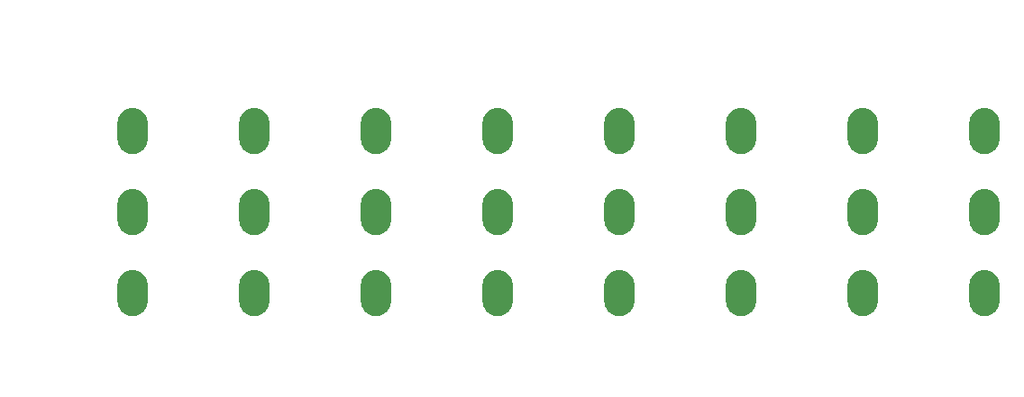
<source format=gbr>
G04 EAGLE Gerber RS-274X export*
G75*
%MOMM*%
%FSLAX34Y34*%
%LPD*%
%INCopper Layer 2*%
%IPPOS*%
%AMOC8*
5,1,8,0,0,1.08239X$1,22.5*%
G01*
%ADD10C,0.000241*%

G36*
X1005700Y473873D02*
X1005700Y473873D01*
X1005743Y473885D01*
X1005808Y473892D01*
X1008081Y474502D01*
X1008122Y474521D01*
X1008185Y474539D01*
X1010318Y475534D01*
X1010355Y475560D01*
X1010414Y475589D01*
X1012341Y476939D01*
X1012373Y476971D01*
X1012383Y476978D01*
X1012405Y476991D01*
X1012411Y476999D01*
X1012426Y477010D01*
X1014090Y478674D01*
X1014116Y478711D01*
X1014161Y478759D01*
X1015511Y480686D01*
X1015530Y480727D01*
X1015566Y480782D01*
X1016561Y482915D01*
X1016572Y482958D01*
X1016598Y483019D01*
X1017208Y485292D01*
X1017211Y485336D01*
X1017227Y485400D01*
X1017432Y487745D01*
X1017430Y487769D01*
X1017434Y487800D01*
X1017434Y502800D01*
X1017430Y502824D01*
X1017432Y502855D01*
X1017227Y505200D01*
X1017215Y505243D01*
X1017208Y505308D01*
X1016598Y507581D01*
X1016579Y507622D01*
X1016561Y507685D01*
X1015566Y509818D01*
X1015540Y509855D01*
X1015511Y509914D01*
X1014161Y511841D01*
X1014129Y511873D01*
X1014090Y511926D01*
X1012426Y513590D01*
X1012389Y513616D01*
X1012341Y513661D01*
X1010414Y515011D01*
X1010373Y515030D01*
X1010318Y515066D01*
X1008185Y516061D01*
X1008142Y516072D01*
X1008081Y516098D01*
X1005808Y516708D01*
X1005764Y516711D01*
X1005700Y516727D01*
X1003355Y516932D01*
X1003311Y516928D01*
X1003245Y516932D01*
X1000900Y516727D01*
X1000857Y516715D01*
X1000792Y516708D01*
X998519Y516098D01*
X998478Y516079D01*
X998415Y516061D01*
X996282Y515066D01*
X996245Y515040D01*
X996186Y515011D01*
X994259Y513661D01*
X994227Y513629D01*
X994174Y513590D01*
X992510Y511926D01*
X992484Y511889D01*
X992439Y511841D01*
X991089Y509914D01*
X991070Y509873D01*
X991034Y509818D01*
X990039Y507685D01*
X990028Y507642D01*
X990002Y507581D01*
X989392Y505308D01*
X989389Y505264D01*
X989373Y505200D01*
X989168Y502855D01*
X989170Y502831D01*
X989166Y502800D01*
X989166Y487800D01*
X989170Y487776D01*
X989168Y487745D01*
X989373Y485400D01*
X989385Y485357D01*
X989392Y485292D01*
X990002Y483019D01*
X990021Y482978D01*
X990039Y482915D01*
X991034Y480782D01*
X991060Y480745D01*
X991089Y480686D01*
X992439Y478759D01*
X992471Y478727D01*
X992510Y478674D01*
X994174Y477010D01*
X994206Y476988D01*
X994225Y476967D01*
X994234Y476963D01*
X994259Y476939D01*
X996186Y475589D01*
X996227Y475570D01*
X996282Y475534D01*
X998415Y474539D01*
X998458Y474528D01*
X998519Y474502D01*
X1000792Y473892D01*
X1000836Y473889D01*
X1000900Y473873D01*
X1003245Y473668D01*
X1003289Y473672D01*
X1003355Y473668D01*
X1005700Y473873D01*
G37*
G36*
X205600Y473873D02*
X205600Y473873D01*
X205643Y473885D01*
X205708Y473892D01*
X207981Y474502D01*
X208022Y474521D01*
X208085Y474539D01*
X210218Y475534D01*
X210255Y475560D01*
X210314Y475589D01*
X212241Y476939D01*
X212273Y476971D01*
X212283Y476978D01*
X212305Y476991D01*
X212311Y476999D01*
X212326Y477010D01*
X213990Y478674D01*
X214016Y478711D01*
X214061Y478759D01*
X215411Y480686D01*
X215430Y480727D01*
X215466Y480782D01*
X216461Y482915D01*
X216472Y482958D01*
X216498Y483019D01*
X217108Y485292D01*
X217111Y485336D01*
X217127Y485400D01*
X217332Y487745D01*
X217330Y487769D01*
X217334Y487800D01*
X217334Y502800D01*
X217330Y502824D01*
X217332Y502855D01*
X217127Y505200D01*
X217115Y505243D01*
X217108Y505308D01*
X216498Y507581D01*
X216479Y507622D01*
X216461Y507685D01*
X215466Y509818D01*
X215440Y509855D01*
X215411Y509914D01*
X214061Y511841D01*
X214029Y511873D01*
X213990Y511926D01*
X212326Y513590D01*
X212289Y513616D01*
X212241Y513661D01*
X210314Y515011D01*
X210273Y515030D01*
X210218Y515066D01*
X208085Y516061D01*
X208042Y516072D01*
X207981Y516098D01*
X205708Y516708D01*
X205664Y516711D01*
X205600Y516727D01*
X203255Y516932D01*
X203211Y516928D01*
X203145Y516932D01*
X200800Y516727D01*
X200757Y516715D01*
X200692Y516708D01*
X198419Y516098D01*
X198378Y516079D01*
X198315Y516061D01*
X196182Y515066D01*
X196145Y515040D01*
X196086Y515011D01*
X194159Y513661D01*
X194127Y513629D01*
X194074Y513590D01*
X192410Y511926D01*
X192384Y511889D01*
X192339Y511841D01*
X190989Y509914D01*
X190970Y509873D01*
X190934Y509818D01*
X189939Y507685D01*
X189928Y507642D01*
X189902Y507581D01*
X189292Y505308D01*
X189289Y505264D01*
X189273Y505200D01*
X189068Y502855D01*
X189070Y502831D01*
X189066Y502800D01*
X189066Y487800D01*
X189070Y487776D01*
X189068Y487745D01*
X189273Y485400D01*
X189285Y485357D01*
X189292Y485292D01*
X189902Y483019D01*
X189921Y482978D01*
X189939Y482915D01*
X190934Y480782D01*
X190960Y480745D01*
X190989Y480686D01*
X192339Y478759D01*
X192371Y478727D01*
X192410Y478674D01*
X194074Y477010D01*
X194106Y476988D01*
X194125Y476967D01*
X194134Y476963D01*
X194159Y476939D01*
X196086Y475589D01*
X196127Y475570D01*
X196182Y475534D01*
X198315Y474539D01*
X198358Y474528D01*
X198419Y474502D01*
X200692Y473892D01*
X200736Y473889D01*
X200800Y473873D01*
X203145Y473668D01*
X203189Y473672D01*
X203255Y473668D01*
X205600Y473873D01*
G37*
G36*
X319900Y473873D02*
X319900Y473873D01*
X319943Y473885D01*
X320008Y473892D01*
X322281Y474502D01*
X322322Y474521D01*
X322385Y474539D01*
X324518Y475534D01*
X324555Y475560D01*
X324614Y475589D01*
X326541Y476939D01*
X326573Y476971D01*
X326583Y476978D01*
X326605Y476991D01*
X326611Y476999D01*
X326626Y477010D01*
X328290Y478674D01*
X328316Y478711D01*
X328361Y478759D01*
X329711Y480686D01*
X329730Y480727D01*
X329766Y480782D01*
X330761Y482915D01*
X330772Y482958D01*
X330798Y483019D01*
X331408Y485292D01*
X331411Y485336D01*
X331427Y485400D01*
X331632Y487745D01*
X331630Y487769D01*
X331634Y487800D01*
X331634Y502800D01*
X331630Y502824D01*
X331632Y502855D01*
X331427Y505200D01*
X331415Y505243D01*
X331408Y505308D01*
X330798Y507581D01*
X330779Y507622D01*
X330761Y507685D01*
X329766Y509818D01*
X329740Y509855D01*
X329711Y509914D01*
X328361Y511841D01*
X328329Y511873D01*
X328290Y511926D01*
X326626Y513590D01*
X326589Y513616D01*
X326541Y513661D01*
X324614Y515011D01*
X324573Y515030D01*
X324518Y515066D01*
X322385Y516061D01*
X322342Y516072D01*
X322281Y516098D01*
X320008Y516708D01*
X319964Y516711D01*
X319900Y516727D01*
X317555Y516932D01*
X317511Y516928D01*
X317445Y516932D01*
X315100Y516727D01*
X315057Y516715D01*
X314992Y516708D01*
X312719Y516098D01*
X312678Y516079D01*
X312615Y516061D01*
X310482Y515066D01*
X310445Y515040D01*
X310386Y515011D01*
X308459Y513661D01*
X308427Y513629D01*
X308374Y513590D01*
X306710Y511926D01*
X306684Y511889D01*
X306639Y511841D01*
X305289Y509914D01*
X305270Y509873D01*
X305234Y509818D01*
X304239Y507685D01*
X304228Y507642D01*
X304202Y507581D01*
X303592Y505308D01*
X303589Y505264D01*
X303573Y505200D01*
X303368Y502855D01*
X303370Y502831D01*
X303366Y502800D01*
X303366Y487800D01*
X303370Y487776D01*
X303368Y487745D01*
X303573Y485400D01*
X303585Y485357D01*
X303592Y485292D01*
X304202Y483019D01*
X304221Y482978D01*
X304239Y482915D01*
X305234Y480782D01*
X305260Y480745D01*
X305289Y480686D01*
X306639Y478759D01*
X306671Y478727D01*
X306710Y478674D01*
X308374Y477010D01*
X308406Y476988D01*
X308425Y476967D01*
X308434Y476963D01*
X308459Y476939D01*
X310386Y475589D01*
X310427Y475570D01*
X310482Y475534D01*
X312615Y474539D01*
X312658Y474528D01*
X312719Y474502D01*
X314992Y473892D01*
X315036Y473889D01*
X315100Y473873D01*
X317445Y473668D01*
X317489Y473672D01*
X317555Y473668D01*
X319900Y473873D01*
G37*
G36*
X434200Y473873D02*
X434200Y473873D01*
X434243Y473885D01*
X434308Y473892D01*
X436581Y474502D01*
X436622Y474521D01*
X436685Y474539D01*
X438818Y475534D01*
X438855Y475560D01*
X438914Y475589D01*
X440841Y476939D01*
X440873Y476971D01*
X440883Y476978D01*
X440905Y476991D01*
X440911Y476999D01*
X440926Y477010D01*
X442590Y478674D01*
X442616Y478711D01*
X442661Y478759D01*
X444011Y480686D01*
X444030Y480727D01*
X444066Y480782D01*
X445061Y482915D01*
X445072Y482958D01*
X445098Y483019D01*
X445708Y485292D01*
X445711Y485336D01*
X445727Y485400D01*
X445932Y487745D01*
X445930Y487769D01*
X445934Y487800D01*
X445934Y502800D01*
X445930Y502824D01*
X445932Y502855D01*
X445727Y505200D01*
X445715Y505243D01*
X445708Y505308D01*
X445098Y507581D01*
X445079Y507622D01*
X445061Y507685D01*
X444066Y509818D01*
X444040Y509855D01*
X444011Y509914D01*
X442661Y511841D01*
X442629Y511873D01*
X442590Y511926D01*
X440926Y513590D01*
X440889Y513616D01*
X440841Y513661D01*
X438914Y515011D01*
X438873Y515030D01*
X438818Y515066D01*
X436685Y516061D01*
X436642Y516072D01*
X436581Y516098D01*
X434308Y516708D01*
X434264Y516711D01*
X434200Y516727D01*
X431855Y516932D01*
X431811Y516928D01*
X431745Y516932D01*
X429400Y516727D01*
X429357Y516715D01*
X429292Y516708D01*
X427019Y516098D01*
X426978Y516079D01*
X426915Y516061D01*
X424782Y515066D01*
X424745Y515040D01*
X424686Y515011D01*
X422759Y513661D01*
X422727Y513629D01*
X422674Y513590D01*
X421010Y511926D01*
X420984Y511889D01*
X420939Y511841D01*
X419589Y509914D01*
X419570Y509873D01*
X419534Y509818D01*
X418539Y507685D01*
X418528Y507642D01*
X418502Y507581D01*
X417892Y505308D01*
X417889Y505264D01*
X417873Y505200D01*
X417668Y502855D01*
X417670Y502831D01*
X417666Y502800D01*
X417666Y487800D01*
X417670Y487776D01*
X417668Y487745D01*
X417873Y485400D01*
X417885Y485357D01*
X417892Y485292D01*
X418502Y483019D01*
X418521Y482978D01*
X418539Y482915D01*
X419534Y480782D01*
X419560Y480745D01*
X419589Y480686D01*
X420939Y478759D01*
X420971Y478727D01*
X421010Y478674D01*
X422674Y477010D01*
X422706Y476988D01*
X422725Y476967D01*
X422734Y476963D01*
X422759Y476939D01*
X424686Y475589D01*
X424727Y475570D01*
X424782Y475534D01*
X426915Y474539D01*
X426958Y474528D01*
X427019Y474502D01*
X429292Y473892D01*
X429336Y473889D01*
X429400Y473873D01*
X431745Y473668D01*
X431789Y473672D01*
X431855Y473668D01*
X434200Y473873D01*
G37*
G36*
X777100Y473873D02*
X777100Y473873D01*
X777143Y473885D01*
X777208Y473892D01*
X779481Y474502D01*
X779522Y474521D01*
X779585Y474539D01*
X781718Y475534D01*
X781755Y475560D01*
X781814Y475589D01*
X783741Y476939D01*
X783773Y476971D01*
X783783Y476978D01*
X783805Y476991D01*
X783811Y476999D01*
X783826Y477010D01*
X785490Y478674D01*
X785516Y478711D01*
X785561Y478759D01*
X786911Y480686D01*
X786930Y480727D01*
X786966Y480782D01*
X787961Y482915D01*
X787972Y482958D01*
X787998Y483019D01*
X788608Y485292D01*
X788611Y485336D01*
X788627Y485400D01*
X788832Y487745D01*
X788830Y487769D01*
X788834Y487800D01*
X788834Y502800D01*
X788830Y502824D01*
X788832Y502855D01*
X788627Y505200D01*
X788615Y505243D01*
X788608Y505308D01*
X787998Y507581D01*
X787979Y507622D01*
X787961Y507685D01*
X786966Y509818D01*
X786940Y509855D01*
X786911Y509914D01*
X785561Y511841D01*
X785529Y511873D01*
X785490Y511926D01*
X783826Y513590D01*
X783789Y513616D01*
X783741Y513661D01*
X781814Y515011D01*
X781773Y515030D01*
X781718Y515066D01*
X779585Y516061D01*
X779542Y516072D01*
X779481Y516098D01*
X777208Y516708D01*
X777164Y516711D01*
X777100Y516727D01*
X774755Y516932D01*
X774711Y516928D01*
X774645Y516932D01*
X772300Y516727D01*
X772257Y516715D01*
X772192Y516708D01*
X769919Y516098D01*
X769878Y516079D01*
X769815Y516061D01*
X767682Y515066D01*
X767645Y515040D01*
X767586Y515011D01*
X765659Y513661D01*
X765627Y513629D01*
X765574Y513590D01*
X763910Y511926D01*
X763884Y511889D01*
X763839Y511841D01*
X762489Y509914D01*
X762470Y509873D01*
X762434Y509818D01*
X761439Y507685D01*
X761428Y507642D01*
X761402Y507581D01*
X760792Y505308D01*
X760789Y505264D01*
X760773Y505200D01*
X760568Y502855D01*
X760570Y502831D01*
X760566Y502800D01*
X760566Y487800D01*
X760570Y487776D01*
X760568Y487745D01*
X760773Y485400D01*
X760785Y485357D01*
X760792Y485292D01*
X761402Y483019D01*
X761421Y482978D01*
X761439Y482915D01*
X762434Y480782D01*
X762460Y480745D01*
X762489Y480686D01*
X763839Y478759D01*
X763871Y478727D01*
X763910Y478674D01*
X765574Y477010D01*
X765606Y476988D01*
X765625Y476967D01*
X765634Y476963D01*
X765659Y476939D01*
X767586Y475589D01*
X767627Y475570D01*
X767682Y475534D01*
X769815Y474539D01*
X769858Y474528D01*
X769919Y474502D01*
X772192Y473892D01*
X772236Y473889D01*
X772300Y473873D01*
X774645Y473668D01*
X774689Y473672D01*
X774755Y473668D01*
X777100Y473873D01*
G37*
G36*
X548500Y473873D02*
X548500Y473873D01*
X548543Y473885D01*
X548608Y473892D01*
X550881Y474502D01*
X550922Y474521D01*
X550985Y474539D01*
X553118Y475534D01*
X553155Y475560D01*
X553214Y475589D01*
X555141Y476939D01*
X555173Y476971D01*
X555183Y476978D01*
X555205Y476991D01*
X555211Y476999D01*
X555226Y477010D01*
X556890Y478674D01*
X556916Y478711D01*
X556961Y478759D01*
X558311Y480686D01*
X558330Y480727D01*
X558366Y480782D01*
X559361Y482915D01*
X559372Y482958D01*
X559398Y483019D01*
X560008Y485292D01*
X560011Y485336D01*
X560027Y485400D01*
X560232Y487745D01*
X560230Y487769D01*
X560234Y487800D01*
X560234Y502800D01*
X560230Y502824D01*
X560232Y502855D01*
X560027Y505200D01*
X560015Y505243D01*
X560008Y505308D01*
X559398Y507581D01*
X559379Y507622D01*
X559361Y507685D01*
X558366Y509818D01*
X558340Y509855D01*
X558311Y509914D01*
X556961Y511841D01*
X556929Y511873D01*
X556890Y511926D01*
X555226Y513590D01*
X555189Y513616D01*
X555141Y513661D01*
X553214Y515011D01*
X553173Y515030D01*
X553118Y515066D01*
X550985Y516061D01*
X550942Y516072D01*
X550881Y516098D01*
X548608Y516708D01*
X548564Y516711D01*
X548500Y516727D01*
X546155Y516932D01*
X546111Y516928D01*
X546045Y516932D01*
X543700Y516727D01*
X543657Y516715D01*
X543592Y516708D01*
X541319Y516098D01*
X541278Y516079D01*
X541215Y516061D01*
X539082Y515066D01*
X539045Y515040D01*
X538986Y515011D01*
X537059Y513661D01*
X537027Y513629D01*
X536974Y513590D01*
X535310Y511926D01*
X535284Y511889D01*
X535239Y511841D01*
X533889Y509914D01*
X533870Y509873D01*
X533834Y509818D01*
X532839Y507685D01*
X532828Y507642D01*
X532802Y507581D01*
X532192Y505308D01*
X532189Y505264D01*
X532173Y505200D01*
X531968Y502855D01*
X531970Y502831D01*
X531966Y502800D01*
X531966Y487800D01*
X531970Y487776D01*
X531968Y487745D01*
X532173Y485400D01*
X532185Y485357D01*
X532192Y485292D01*
X532802Y483019D01*
X532821Y482978D01*
X532839Y482915D01*
X533834Y480782D01*
X533860Y480745D01*
X533889Y480686D01*
X535239Y478759D01*
X535271Y478727D01*
X535310Y478674D01*
X536974Y477010D01*
X537006Y476988D01*
X537025Y476967D01*
X537034Y476963D01*
X537059Y476939D01*
X538986Y475589D01*
X539027Y475570D01*
X539082Y475534D01*
X541215Y474539D01*
X541258Y474528D01*
X541319Y474502D01*
X543592Y473892D01*
X543636Y473889D01*
X543700Y473873D01*
X546045Y473668D01*
X546089Y473672D01*
X546155Y473668D01*
X548500Y473873D01*
G37*
G36*
X891400Y473873D02*
X891400Y473873D01*
X891443Y473885D01*
X891508Y473892D01*
X893781Y474502D01*
X893822Y474521D01*
X893885Y474539D01*
X896018Y475534D01*
X896055Y475560D01*
X896114Y475589D01*
X898041Y476939D01*
X898073Y476971D01*
X898083Y476978D01*
X898105Y476991D01*
X898111Y476999D01*
X898126Y477010D01*
X899790Y478674D01*
X899816Y478711D01*
X899861Y478759D01*
X901211Y480686D01*
X901230Y480727D01*
X901266Y480782D01*
X902261Y482915D01*
X902272Y482958D01*
X902298Y483019D01*
X902908Y485292D01*
X902911Y485336D01*
X902927Y485400D01*
X903132Y487745D01*
X903130Y487769D01*
X903134Y487800D01*
X903134Y502800D01*
X903130Y502824D01*
X903132Y502855D01*
X902927Y505200D01*
X902915Y505243D01*
X902908Y505308D01*
X902298Y507581D01*
X902279Y507622D01*
X902261Y507685D01*
X901266Y509818D01*
X901240Y509855D01*
X901211Y509914D01*
X899861Y511841D01*
X899829Y511873D01*
X899790Y511926D01*
X898126Y513590D01*
X898089Y513616D01*
X898041Y513661D01*
X896114Y515011D01*
X896073Y515030D01*
X896018Y515066D01*
X893885Y516061D01*
X893842Y516072D01*
X893781Y516098D01*
X891508Y516708D01*
X891464Y516711D01*
X891400Y516727D01*
X889055Y516932D01*
X889011Y516928D01*
X888945Y516932D01*
X886600Y516727D01*
X886557Y516715D01*
X886492Y516708D01*
X884219Y516098D01*
X884178Y516079D01*
X884115Y516061D01*
X881982Y515066D01*
X881945Y515040D01*
X881886Y515011D01*
X879959Y513661D01*
X879927Y513629D01*
X879874Y513590D01*
X878210Y511926D01*
X878184Y511889D01*
X878139Y511841D01*
X876789Y509914D01*
X876770Y509873D01*
X876734Y509818D01*
X875739Y507685D01*
X875728Y507642D01*
X875702Y507581D01*
X875092Y505308D01*
X875089Y505264D01*
X875073Y505200D01*
X874868Y502855D01*
X874870Y502831D01*
X874866Y502800D01*
X874866Y487800D01*
X874870Y487776D01*
X874868Y487745D01*
X875073Y485400D01*
X875085Y485357D01*
X875092Y485292D01*
X875702Y483019D01*
X875721Y482978D01*
X875739Y482915D01*
X876734Y480782D01*
X876760Y480745D01*
X876789Y480686D01*
X878139Y478759D01*
X878171Y478727D01*
X878210Y478674D01*
X879874Y477010D01*
X879906Y476988D01*
X879925Y476967D01*
X879934Y476963D01*
X879959Y476939D01*
X881886Y475589D01*
X881927Y475570D01*
X881982Y475534D01*
X884115Y474539D01*
X884158Y474528D01*
X884219Y474502D01*
X886492Y473892D01*
X886536Y473889D01*
X886600Y473873D01*
X888945Y473668D01*
X888989Y473672D01*
X889055Y473668D01*
X891400Y473873D01*
G37*
G36*
X662800Y473873D02*
X662800Y473873D01*
X662843Y473885D01*
X662908Y473892D01*
X665181Y474502D01*
X665222Y474521D01*
X665285Y474539D01*
X667418Y475534D01*
X667455Y475560D01*
X667514Y475589D01*
X669441Y476939D01*
X669473Y476971D01*
X669483Y476978D01*
X669504Y476991D01*
X669511Y476999D01*
X669526Y477010D01*
X671190Y478674D01*
X671216Y478711D01*
X671261Y478759D01*
X672611Y480686D01*
X672630Y480727D01*
X672666Y480782D01*
X673661Y482915D01*
X673672Y482958D01*
X673698Y483019D01*
X674308Y485292D01*
X674311Y485336D01*
X674327Y485400D01*
X674532Y487745D01*
X674530Y487769D01*
X674534Y487800D01*
X674534Y502800D01*
X674530Y502824D01*
X674532Y502855D01*
X674327Y505200D01*
X674315Y505243D01*
X674308Y505308D01*
X673698Y507581D01*
X673679Y507622D01*
X673661Y507685D01*
X672666Y509818D01*
X672640Y509855D01*
X672611Y509914D01*
X671261Y511841D01*
X671229Y511873D01*
X671190Y511926D01*
X669526Y513590D01*
X669489Y513616D01*
X669441Y513661D01*
X667514Y515011D01*
X667473Y515030D01*
X667418Y515066D01*
X665285Y516061D01*
X665242Y516072D01*
X665181Y516098D01*
X662908Y516708D01*
X662864Y516711D01*
X662800Y516727D01*
X660455Y516932D01*
X660411Y516928D01*
X660345Y516932D01*
X658000Y516727D01*
X657957Y516715D01*
X657892Y516708D01*
X655619Y516098D01*
X655578Y516079D01*
X655515Y516061D01*
X653382Y515066D01*
X653345Y515040D01*
X653286Y515011D01*
X651359Y513661D01*
X651327Y513629D01*
X651274Y513590D01*
X649610Y511926D01*
X649584Y511889D01*
X649539Y511841D01*
X648189Y509914D01*
X648170Y509873D01*
X648134Y509818D01*
X647139Y507685D01*
X647128Y507642D01*
X647102Y507581D01*
X646492Y505308D01*
X646489Y505264D01*
X646473Y505200D01*
X646268Y502855D01*
X646270Y502831D01*
X646266Y502800D01*
X646266Y487800D01*
X646270Y487776D01*
X646268Y487745D01*
X646473Y485400D01*
X646485Y485357D01*
X646492Y485292D01*
X647102Y483019D01*
X647121Y482978D01*
X647139Y482915D01*
X648134Y480782D01*
X648160Y480745D01*
X648189Y480686D01*
X649539Y478759D01*
X649571Y478727D01*
X649610Y478674D01*
X651274Y477010D01*
X651306Y476988D01*
X651325Y476967D01*
X651334Y476963D01*
X651359Y476939D01*
X653286Y475589D01*
X653327Y475570D01*
X653382Y475534D01*
X655515Y474539D01*
X655558Y474528D01*
X655619Y474502D01*
X657892Y473892D01*
X657936Y473889D01*
X658000Y473873D01*
X660345Y473668D01*
X660389Y473672D01*
X660455Y473668D01*
X662800Y473873D01*
G37*
G36*
X548500Y397673D02*
X548500Y397673D01*
X548543Y397685D01*
X548608Y397692D01*
X550881Y398302D01*
X550922Y398321D01*
X550985Y398339D01*
X553118Y399334D01*
X553155Y399360D01*
X553214Y399389D01*
X555141Y400739D01*
X555173Y400771D01*
X555183Y400778D01*
X555205Y400791D01*
X555211Y400799D01*
X555226Y400810D01*
X556890Y402474D01*
X556916Y402511D01*
X556961Y402559D01*
X558311Y404486D01*
X558330Y404527D01*
X558366Y404582D01*
X559361Y406715D01*
X559372Y406758D01*
X559398Y406819D01*
X560008Y409092D01*
X560011Y409136D01*
X560027Y409200D01*
X560232Y411545D01*
X560230Y411569D01*
X560234Y411600D01*
X560234Y426600D01*
X560230Y426624D01*
X560232Y426655D01*
X560027Y429000D01*
X560015Y429043D01*
X560008Y429108D01*
X559398Y431381D01*
X559379Y431422D01*
X559361Y431485D01*
X558366Y433618D01*
X558340Y433655D01*
X558311Y433714D01*
X556961Y435641D01*
X556929Y435673D01*
X556890Y435726D01*
X555226Y437390D01*
X555189Y437416D01*
X555141Y437461D01*
X553214Y438811D01*
X553173Y438830D01*
X553118Y438866D01*
X550985Y439861D01*
X550942Y439872D01*
X550881Y439898D01*
X548608Y440508D01*
X548564Y440511D01*
X548500Y440527D01*
X546155Y440732D01*
X546111Y440728D01*
X546045Y440732D01*
X543700Y440527D01*
X543657Y440515D01*
X543592Y440508D01*
X541319Y439898D01*
X541278Y439879D01*
X541215Y439861D01*
X539082Y438866D01*
X539045Y438840D01*
X538986Y438811D01*
X537059Y437461D01*
X537027Y437429D01*
X536974Y437390D01*
X535310Y435726D01*
X535284Y435689D01*
X535239Y435641D01*
X533889Y433714D01*
X533870Y433673D01*
X533834Y433618D01*
X532839Y431485D01*
X532828Y431442D01*
X532802Y431381D01*
X532192Y429108D01*
X532189Y429064D01*
X532173Y429000D01*
X531968Y426655D01*
X531970Y426631D01*
X531966Y426600D01*
X531966Y411600D01*
X531970Y411576D01*
X531968Y411545D01*
X532173Y409200D01*
X532185Y409157D01*
X532192Y409092D01*
X532802Y406819D01*
X532821Y406778D01*
X532839Y406715D01*
X533834Y404582D01*
X533860Y404545D01*
X533889Y404486D01*
X535239Y402559D01*
X535271Y402527D01*
X535310Y402474D01*
X536974Y400810D01*
X537006Y400788D01*
X537025Y400767D01*
X537034Y400763D01*
X537059Y400739D01*
X538986Y399389D01*
X539027Y399370D01*
X539082Y399334D01*
X541215Y398339D01*
X541258Y398328D01*
X541319Y398302D01*
X543592Y397692D01*
X543636Y397689D01*
X543700Y397673D01*
X546045Y397468D01*
X546089Y397472D01*
X546155Y397468D01*
X548500Y397673D01*
G37*
G36*
X662800Y397673D02*
X662800Y397673D01*
X662843Y397685D01*
X662908Y397692D01*
X665181Y398302D01*
X665222Y398321D01*
X665285Y398339D01*
X667418Y399334D01*
X667455Y399360D01*
X667514Y399389D01*
X669441Y400739D01*
X669473Y400771D01*
X669483Y400778D01*
X669505Y400791D01*
X669511Y400799D01*
X669526Y400810D01*
X671190Y402474D01*
X671216Y402511D01*
X671261Y402559D01*
X672611Y404486D01*
X672630Y404527D01*
X672666Y404582D01*
X673661Y406715D01*
X673672Y406758D01*
X673698Y406819D01*
X674308Y409092D01*
X674311Y409136D01*
X674327Y409200D01*
X674532Y411545D01*
X674530Y411569D01*
X674534Y411600D01*
X674534Y426600D01*
X674530Y426624D01*
X674532Y426655D01*
X674327Y429000D01*
X674315Y429043D01*
X674308Y429108D01*
X673698Y431381D01*
X673679Y431422D01*
X673661Y431485D01*
X672666Y433618D01*
X672640Y433655D01*
X672611Y433714D01*
X671261Y435641D01*
X671229Y435673D01*
X671190Y435726D01*
X669526Y437390D01*
X669489Y437416D01*
X669441Y437461D01*
X667514Y438811D01*
X667473Y438830D01*
X667418Y438866D01*
X665285Y439861D01*
X665242Y439872D01*
X665181Y439898D01*
X662908Y440508D01*
X662864Y440511D01*
X662800Y440527D01*
X660455Y440732D01*
X660411Y440728D01*
X660345Y440732D01*
X658000Y440527D01*
X657957Y440515D01*
X657892Y440508D01*
X655619Y439898D01*
X655578Y439879D01*
X655515Y439861D01*
X653382Y438866D01*
X653345Y438840D01*
X653286Y438811D01*
X651359Y437461D01*
X651327Y437429D01*
X651274Y437390D01*
X649610Y435726D01*
X649584Y435689D01*
X649539Y435641D01*
X648189Y433714D01*
X648170Y433673D01*
X648134Y433618D01*
X647139Y431485D01*
X647128Y431442D01*
X647102Y431381D01*
X646492Y429108D01*
X646489Y429064D01*
X646473Y429000D01*
X646268Y426655D01*
X646270Y426631D01*
X646266Y426600D01*
X646266Y411600D01*
X646270Y411576D01*
X646268Y411545D01*
X646473Y409200D01*
X646485Y409157D01*
X646492Y409092D01*
X647102Y406819D01*
X647121Y406778D01*
X647139Y406715D01*
X648134Y404582D01*
X648160Y404545D01*
X648189Y404486D01*
X649539Y402559D01*
X649571Y402527D01*
X649610Y402474D01*
X651274Y400810D01*
X651306Y400788D01*
X651325Y400767D01*
X651334Y400763D01*
X651359Y400739D01*
X653286Y399389D01*
X653327Y399370D01*
X653382Y399334D01*
X655515Y398339D01*
X655558Y398328D01*
X655619Y398302D01*
X657892Y397692D01*
X657936Y397689D01*
X658000Y397673D01*
X660345Y397468D01*
X660389Y397472D01*
X660455Y397468D01*
X662800Y397673D01*
G37*
G36*
X1005700Y397673D02*
X1005700Y397673D01*
X1005743Y397685D01*
X1005808Y397692D01*
X1008081Y398302D01*
X1008122Y398321D01*
X1008185Y398339D01*
X1010318Y399334D01*
X1010355Y399360D01*
X1010414Y399389D01*
X1012341Y400739D01*
X1012373Y400771D01*
X1012383Y400778D01*
X1012405Y400791D01*
X1012411Y400799D01*
X1012426Y400810D01*
X1014090Y402474D01*
X1014116Y402511D01*
X1014161Y402559D01*
X1015511Y404486D01*
X1015530Y404527D01*
X1015566Y404582D01*
X1016561Y406715D01*
X1016572Y406758D01*
X1016598Y406819D01*
X1017208Y409092D01*
X1017211Y409136D01*
X1017227Y409200D01*
X1017432Y411545D01*
X1017430Y411569D01*
X1017434Y411600D01*
X1017434Y426600D01*
X1017430Y426624D01*
X1017432Y426655D01*
X1017227Y429000D01*
X1017215Y429043D01*
X1017208Y429108D01*
X1016598Y431381D01*
X1016579Y431422D01*
X1016561Y431485D01*
X1015566Y433618D01*
X1015540Y433655D01*
X1015511Y433714D01*
X1014161Y435641D01*
X1014129Y435673D01*
X1014090Y435726D01*
X1012426Y437390D01*
X1012389Y437416D01*
X1012341Y437461D01*
X1010414Y438811D01*
X1010373Y438830D01*
X1010318Y438866D01*
X1008185Y439861D01*
X1008142Y439872D01*
X1008081Y439898D01*
X1005808Y440508D01*
X1005764Y440511D01*
X1005700Y440527D01*
X1003355Y440732D01*
X1003311Y440728D01*
X1003245Y440732D01*
X1000900Y440527D01*
X1000857Y440515D01*
X1000792Y440508D01*
X998519Y439898D01*
X998478Y439879D01*
X998415Y439861D01*
X996282Y438866D01*
X996245Y438840D01*
X996186Y438811D01*
X994259Y437461D01*
X994227Y437429D01*
X994174Y437390D01*
X992510Y435726D01*
X992484Y435689D01*
X992439Y435641D01*
X991089Y433714D01*
X991070Y433673D01*
X991034Y433618D01*
X990039Y431485D01*
X990028Y431442D01*
X990002Y431381D01*
X989392Y429108D01*
X989389Y429064D01*
X989373Y429000D01*
X989168Y426655D01*
X989170Y426631D01*
X989166Y426600D01*
X989166Y411600D01*
X989170Y411576D01*
X989168Y411545D01*
X989373Y409200D01*
X989385Y409157D01*
X989392Y409092D01*
X990002Y406819D01*
X990021Y406778D01*
X990039Y406715D01*
X991034Y404582D01*
X991060Y404545D01*
X991089Y404486D01*
X992439Y402559D01*
X992471Y402527D01*
X992510Y402474D01*
X994174Y400810D01*
X994206Y400788D01*
X994225Y400767D01*
X994234Y400763D01*
X994259Y400739D01*
X996186Y399389D01*
X996227Y399370D01*
X996282Y399334D01*
X998415Y398339D01*
X998458Y398328D01*
X998519Y398302D01*
X1000792Y397692D01*
X1000836Y397689D01*
X1000900Y397673D01*
X1003245Y397468D01*
X1003289Y397472D01*
X1003355Y397468D01*
X1005700Y397673D01*
G37*
G36*
X434200Y397673D02*
X434200Y397673D01*
X434243Y397685D01*
X434308Y397692D01*
X436581Y398302D01*
X436622Y398321D01*
X436685Y398339D01*
X438818Y399334D01*
X438855Y399360D01*
X438914Y399389D01*
X440841Y400739D01*
X440873Y400771D01*
X440883Y400778D01*
X440905Y400791D01*
X440911Y400799D01*
X440926Y400810D01*
X442590Y402474D01*
X442616Y402511D01*
X442661Y402559D01*
X444011Y404486D01*
X444030Y404527D01*
X444066Y404582D01*
X445061Y406715D01*
X445072Y406758D01*
X445098Y406819D01*
X445708Y409092D01*
X445711Y409136D01*
X445727Y409200D01*
X445932Y411545D01*
X445930Y411569D01*
X445934Y411600D01*
X445934Y426600D01*
X445930Y426624D01*
X445932Y426655D01*
X445727Y429000D01*
X445715Y429043D01*
X445708Y429108D01*
X445098Y431381D01*
X445079Y431422D01*
X445061Y431485D01*
X444066Y433618D01*
X444040Y433655D01*
X444011Y433714D01*
X442661Y435641D01*
X442629Y435673D01*
X442590Y435726D01*
X440926Y437390D01*
X440889Y437416D01*
X440841Y437461D01*
X438914Y438811D01*
X438873Y438830D01*
X438818Y438866D01*
X436685Y439861D01*
X436642Y439872D01*
X436581Y439898D01*
X434308Y440508D01*
X434264Y440511D01*
X434200Y440527D01*
X431855Y440732D01*
X431811Y440728D01*
X431745Y440732D01*
X429400Y440527D01*
X429357Y440515D01*
X429292Y440508D01*
X427019Y439898D01*
X426978Y439879D01*
X426915Y439861D01*
X424782Y438866D01*
X424745Y438840D01*
X424686Y438811D01*
X422759Y437461D01*
X422727Y437429D01*
X422674Y437390D01*
X421010Y435726D01*
X420984Y435689D01*
X420939Y435641D01*
X419589Y433714D01*
X419570Y433673D01*
X419534Y433618D01*
X418539Y431485D01*
X418528Y431442D01*
X418502Y431381D01*
X417892Y429108D01*
X417889Y429064D01*
X417873Y429000D01*
X417668Y426655D01*
X417670Y426631D01*
X417666Y426600D01*
X417666Y411600D01*
X417670Y411576D01*
X417668Y411545D01*
X417873Y409200D01*
X417885Y409157D01*
X417892Y409092D01*
X418502Y406819D01*
X418521Y406778D01*
X418539Y406715D01*
X419534Y404582D01*
X419560Y404545D01*
X419589Y404486D01*
X420939Y402559D01*
X420971Y402527D01*
X421010Y402474D01*
X422674Y400810D01*
X422706Y400788D01*
X422725Y400767D01*
X422734Y400763D01*
X422759Y400739D01*
X424686Y399389D01*
X424727Y399370D01*
X424782Y399334D01*
X426915Y398339D01*
X426958Y398328D01*
X427019Y398302D01*
X429292Y397692D01*
X429336Y397689D01*
X429400Y397673D01*
X431745Y397468D01*
X431789Y397472D01*
X431855Y397468D01*
X434200Y397673D01*
G37*
G36*
X319900Y397673D02*
X319900Y397673D01*
X319943Y397685D01*
X320008Y397692D01*
X322281Y398302D01*
X322322Y398321D01*
X322385Y398339D01*
X324518Y399334D01*
X324555Y399360D01*
X324614Y399389D01*
X326541Y400739D01*
X326573Y400771D01*
X326583Y400778D01*
X326605Y400791D01*
X326611Y400799D01*
X326626Y400810D01*
X328290Y402474D01*
X328316Y402511D01*
X328361Y402559D01*
X329711Y404486D01*
X329730Y404527D01*
X329766Y404582D01*
X330761Y406715D01*
X330772Y406758D01*
X330798Y406819D01*
X331408Y409092D01*
X331411Y409136D01*
X331427Y409200D01*
X331632Y411545D01*
X331630Y411569D01*
X331634Y411600D01*
X331634Y426600D01*
X331630Y426624D01*
X331632Y426655D01*
X331427Y429000D01*
X331415Y429043D01*
X331408Y429108D01*
X330798Y431381D01*
X330779Y431422D01*
X330761Y431485D01*
X329766Y433618D01*
X329740Y433655D01*
X329711Y433714D01*
X328361Y435641D01*
X328329Y435673D01*
X328290Y435726D01*
X326626Y437390D01*
X326589Y437416D01*
X326541Y437461D01*
X324614Y438811D01*
X324573Y438830D01*
X324518Y438866D01*
X322385Y439861D01*
X322342Y439872D01*
X322281Y439898D01*
X320008Y440508D01*
X319964Y440511D01*
X319900Y440527D01*
X317555Y440732D01*
X317511Y440728D01*
X317445Y440732D01*
X315100Y440527D01*
X315057Y440515D01*
X314992Y440508D01*
X312719Y439898D01*
X312678Y439879D01*
X312615Y439861D01*
X310482Y438866D01*
X310445Y438840D01*
X310386Y438811D01*
X308459Y437461D01*
X308427Y437429D01*
X308374Y437390D01*
X306710Y435726D01*
X306684Y435689D01*
X306639Y435641D01*
X305289Y433714D01*
X305270Y433673D01*
X305234Y433618D01*
X304239Y431485D01*
X304228Y431442D01*
X304202Y431381D01*
X303592Y429108D01*
X303589Y429064D01*
X303573Y429000D01*
X303368Y426655D01*
X303370Y426631D01*
X303366Y426600D01*
X303366Y411600D01*
X303370Y411576D01*
X303368Y411545D01*
X303573Y409200D01*
X303585Y409157D01*
X303592Y409092D01*
X304202Y406819D01*
X304221Y406778D01*
X304239Y406715D01*
X305234Y404582D01*
X305260Y404545D01*
X305289Y404486D01*
X306639Y402559D01*
X306671Y402527D01*
X306710Y402474D01*
X308374Y400810D01*
X308406Y400788D01*
X308425Y400767D01*
X308434Y400763D01*
X308459Y400739D01*
X310386Y399389D01*
X310427Y399370D01*
X310482Y399334D01*
X312615Y398339D01*
X312658Y398328D01*
X312719Y398302D01*
X314992Y397692D01*
X315036Y397689D01*
X315100Y397673D01*
X317445Y397468D01*
X317489Y397472D01*
X317555Y397468D01*
X319900Y397673D01*
G37*
G36*
X891400Y397673D02*
X891400Y397673D01*
X891443Y397685D01*
X891508Y397692D01*
X893781Y398302D01*
X893822Y398321D01*
X893885Y398339D01*
X896018Y399334D01*
X896055Y399360D01*
X896114Y399389D01*
X898041Y400739D01*
X898073Y400771D01*
X898083Y400778D01*
X898105Y400791D01*
X898111Y400799D01*
X898126Y400810D01*
X899790Y402474D01*
X899816Y402511D01*
X899861Y402559D01*
X901211Y404486D01*
X901230Y404527D01*
X901266Y404582D01*
X902261Y406715D01*
X902272Y406758D01*
X902298Y406819D01*
X902908Y409092D01*
X902911Y409136D01*
X902927Y409200D01*
X903132Y411545D01*
X903130Y411569D01*
X903134Y411600D01*
X903134Y426600D01*
X903130Y426624D01*
X903132Y426655D01*
X902927Y429000D01*
X902915Y429043D01*
X902908Y429108D01*
X902298Y431381D01*
X902279Y431422D01*
X902261Y431485D01*
X901266Y433618D01*
X901240Y433655D01*
X901211Y433714D01*
X899861Y435641D01*
X899829Y435673D01*
X899790Y435726D01*
X898126Y437390D01*
X898089Y437416D01*
X898041Y437461D01*
X896114Y438811D01*
X896073Y438830D01*
X896018Y438866D01*
X893885Y439861D01*
X893842Y439872D01*
X893781Y439898D01*
X891508Y440508D01*
X891464Y440511D01*
X891400Y440527D01*
X889055Y440732D01*
X889011Y440728D01*
X888945Y440732D01*
X886600Y440527D01*
X886557Y440515D01*
X886492Y440508D01*
X884219Y439898D01*
X884178Y439879D01*
X884115Y439861D01*
X881982Y438866D01*
X881945Y438840D01*
X881886Y438811D01*
X879959Y437461D01*
X879927Y437429D01*
X879874Y437390D01*
X878210Y435726D01*
X878184Y435689D01*
X878139Y435641D01*
X876789Y433714D01*
X876770Y433673D01*
X876734Y433618D01*
X875739Y431485D01*
X875728Y431442D01*
X875702Y431381D01*
X875092Y429108D01*
X875089Y429064D01*
X875073Y429000D01*
X874868Y426655D01*
X874870Y426631D01*
X874866Y426600D01*
X874866Y411600D01*
X874870Y411576D01*
X874868Y411545D01*
X875073Y409200D01*
X875085Y409157D01*
X875092Y409092D01*
X875702Y406819D01*
X875721Y406778D01*
X875739Y406715D01*
X876734Y404582D01*
X876760Y404545D01*
X876789Y404486D01*
X878139Y402559D01*
X878171Y402527D01*
X878210Y402474D01*
X879874Y400810D01*
X879906Y400788D01*
X879925Y400767D01*
X879934Y400763D01*
X879959Y400739D01*
X881886Y399389D01*
X881927Y399370D01*
X881982Y399334D01*
X884115Y398339D01*
X884158Y398328D01*
X884219Y398302D01*
X886492Y397692D01*
X886536Y397689D01*
X886600Y397673D01*
X888945Y397468D01*
X888989Y397472D01*
X889055Y397468D01*
X891400Y397673D01*
G37*
G36*
X777100Y397673D02*
X777100Y397673D01*
X777143Y397685D01*
X777208Y397692D01*
X779481Y398302D01*
X779522Y398321D01*
X779585Y398339D01*
X781718Y399334D01*
X781755Y399360D01*
X781814Y399389D01*
X783741Y400739D01*
X783773Y400771D01*
X783783Y400778D01*
X783805Y400791D01*
X783811Y400799D01*
X783826Y400810D01*
X785490Y402474D01*
X785516Y402511D01*
X785561Y402559D01*
X786911Y404486D01*
X786930Y404527D01*
X786966Y404582D01*
X787961Y406715D01*
X787972Y406758D01*
X787998Y406819D01*
X788608Y409092D01*
X788611Y409136D01*
X788627Y409200D01*
X788832Y411545D01*
X788830Y411569D01*
X788834Y411600D01*
X788834Y426600D01*
X788830Y426624D01*
X788832Y426655D01*
X788627Y429000D01*
X788615Y429043D01*
X788608Y429108D01*
X787998Y431381D01*
X787979Y431422D01*
X787961Y431485D01*
X786966Y433618D01*
X786940Y433655D01*
X786911Y433714D01*
X785561Y435641D01*
X785529Y435673D01*
X785490Y435726D01*
X783826Y437390D01*
X783789Y437416D01*
X783741Y437461D01*
X781814Y438811D01*
X781773Y438830D01*
X781718Y438866D01*
X779585Y439861D01*
X779542Y439872D01*
X779481Y439898D01*
X777208Y440508D01*
X777164Y440511D01*
X777100Y440527D01*
X774755Y440732D01*
X774711Y440728D01*
X774645Y440732D01*
X772300Y440527D01*
X772257Y440515D01*
X772192Y440508D01*
X769919Y439898D01*
X769878Y439879D01*
X769815Y439861D01*
X767682Y438866D01*
X767645Y438840D01*
X767586Y438811D01*
X765659Y437461D01*
X765627Y437429D01*
X765574Y437390D01*
X763910Y435726D01*
X763884Y435689D01*
X763839Y435641D01*
X762489Y433714D01*
X762470Y433673D01*
X762434Y433618D01*
X761439Y431485D01*
X761428Y431442D01*
X761402Y431381D01*
X760792Y429108D01*
X760789Y429064D01*
X760773Y429000D01*
X760568Y426655D01*
X760570Y426631D01*
X760566Y426600D01*
X760566Y411600D01*
X760570Y411576D01*
X760568Y411545D01*
X760773Y409200D01*
X760785Y409157D01*
X760792Y409092D01*
X761402Y406819D01*
X761421Y406778D01*
X761439Y406715D01*
X762434Y404582D01*
X762460Y404545D01*
X762489Y404486D01*
X763839Y402559D01*
X763871Y402527D01*
X763910Y402474D01*
X765574Y400810D01*
X765606Y400788D01*
X765625Y400767D01*
X765634Y400763D01*
X765659Y400739D01*
X767586Y399389D01*
X767627Y399370D01*
X767682Y399334D01*
X769815Y398339D01*
X769858Y398328D01*
X769919Y398302D01*
X772192Y397692D01*
X772236Y397689D01*
X772300Y397673D01*
X774645Y397468D01*
X774689Y397472D01*
X774755Y397468D01*
X777100Y397673D01*
G37*
G36*
X205600Y397673D02*
X205600Y397673D01*
X205643Y397685D01*
X205708Y397692D01*
X207981Y398302D01*
X208022Y398321D01*
X208085Y398339D01*
X210218Y399334D01*
X210255Y399360D01*
X210314Y399389D01*
X212241Y400739D01*
X212273Y400771D01*
X212283Y400778D01*
X212305Y400791D01*
X212311Y400799D01*
X212326Y400810D01*
X213990Y402474D01*
X214016Y402511D01*
X214061Y402559D01*
X215411Y404486D01*
X215430Y404527D01*
X215466Y404582D01*
X216461Y406715D01*
X216472Y406758D01*
X216498Y406819D01*
X217108Y409092D01*
X217111Y409136D01*
X217127Y409200D01*
X217332Y411545D01*
X217330Y411569D01*
X217334Y411600D01*
X217334Y426600D01*
X217330Y426624D01*
X217332Y426655D01*
X217127Y429000D01*
X217115Y429043D01*
X217108Y429108D01*
X216498Y431381D01*
X216479Y431422D01*
X216461Y431485D01*
X215466Y433618D01*
X215440Y433655D01*
X215411Y433714D01*
X214061Y435641D01*
X214029Y435673D01*
X213990Y435726D01*
X212326Y437390D01*
X212289Y437416D01*
X212241Y437461D01*
X210314Y438811D01*
X210273Y438830D01*
X210218Y438866D01*
X208085Y439861D01*
X208042Y439872D01*
X207981Y439898D01*
X205708Y440508D01*
X205664Y440511D01*
X205600Y440527D01*
X203255Y440732D01*
X203211Y440728D01*
X203145Y440732D01*
X200800Y440527D01*
X200757Y440515D01*
X200692Y440508D01*
X198419Y439898D01*
X198378Y439879D01*
X198315Y439861D01*
X196182Y438866D01*
X196145Y438840D01*
X196086Y438811D01*
X194159Y437461D01*
X194127Y437429D01*
X194074Y437390D01*
X192410Y435726D01*
X192384Y435689D01*
X192339Y435641D01*
X190989Y433714D01*
X190970Y433673D01*
X190934Y433618D01*
X189939Y431485D01*
X189928Y431442D01*
X189902Y431381D01*
X189292Y429108D01*
X189289Y429064D01*
X189273Y429000D01*
X189068Y426655D01*
X189070Y426631D01*
X189066Y426600D01*
X189066Y411600D01*
X189070Y411576D01*
X189068Y411545D01*
X189273Y409200D01*
X189285Y409157D01*
X189292Y409092D01*
X189902Y406819D01*
X189921Y406778D01*
X189939Y406715D01*
X190934Y404582D01*
X190960Y404545D01*
X190989Y404486D01*
X192339Y402559D01*
X192371Y402527D01*
X192410Y402474D01*
X194074Y400810D01*
X194106Y400788D01*
X194125Y400767D01*
X194134Y400763D01*
X194159Y400739D01*
X196086Y399389D01*
X196127Y399370D01*
X196182Y399334D01*
X198315Y398339D01*
X198358Y398328D01*
X198419Y398302D01*
X200692Y397692D01*
X200736Y397689D01*
X200800Y397673D01*
X203145Y397468D01*
X203189Y397472D01*
X203255Y397468D01*
X205600Y397673D01*
G37*
G36*
X777100Y321473D02*
X777100Y321473D01*
X777143Y321485D01*
X777208Y321492D01*
X779481Y322102D01*
X779522Y322121D01*
X779585Y322139D01*
X781718Y323134D01*
X781755Y323160D01*
X781814Y323189D01*
X783741Y324539D01*
X783773Y324571D01*
X783783Y324578D01*
X783805Y324591D01*
X783811Y324599D01*
X783826Y324610D01*
X785490Y326274D01*
X785516Y326311D01*
X785561Y326359D01*
X786911Y328286D01*
X786930Y328327D01*
X786966Y328382D01*
X787961Y330515D01*
X787972Y330558D01*
X787998Y330619D01*
X788608Y332892D01*
X788611Y332936D01*
X788627Y333000D01*
X788832Y335345D01*
X788830Y335369D01*
X788834Y335400D01*
X788834Y350400D01*
X788830Y350424D01*
X788832Y350455D01*
X788627Y352800D01*
X788615Y352843D01*
X788608Y352908D01*
X787998Y355181D01*
X787979Y355222D01*
X787961Y355285D01*
X786966Y357418D01*
X786940Y357455D01*
X786911Y357514D01*
X785561Y359441D01*
X785529Y359473D01*
X785490Y359526D01*
X783826Y361190D01*
X783789Y361216D01*
X783741Y361261D01*
X781814Y362611D01*
X781773Y362630D01*
X781718Y362666D01*
X779585Y363661D01*
X779542Y363672D01*
X779481Y363698D01*
X777208Y364308D01*
X777164Y364311D01*
X777100Y364327D01*
X774755Y364532D01*
X774711Y364528D01*
X774645Y364532D01*
X772300Y364327D01*
X772257Y364315D01*
X772192Y364308D01*
X769919Y363698D01*
X769878Y363679D01*
X769815Y363661D01*
X767682Y362666D01*
X767645Y362640D01*
X767586Y362611D01*
X765659Y361261D01*
X765627Y361229D01*
X765574Y361190D01*
X763910Y359526D01*
X763884Y359489D01*
X763839Y359441D01*
X762489Y357514D01*
X762470Y357473D01*
X762434Y357418D01*
X761439Y355285D01*
X761428Y355242D01*
X761402Y355181D01*
X760792Y352908D01*
X760789Y352864D01*
X760773Y352800D01*
X760568Y350455D01*
X760570Y350431D01*
X760566Y350400D01*
X760566Y335400D01*
X760570Y335376D01*
X760568Y335345D01*
X760773Y333000D01*
X760785Y332957D01*
X760792Y332892D01*
X761402Y330619D01*
X761421Y330578D01*
X761439Y330515D01*
X762434Y328382D01*
X762460Y328345D01*
X762489Y328286D01*
X763839Y326359D01*
X763871Y326327D01*
X763910Y326274D01*
X765574Y324610D01*
X765606Y324588D01*
X765625Y324567D01*
X765634Y324563D01*
X765659Y324539D01*
X767586Y323189D01*
X767627Y323170D01*
X767682Y323134D01*
X769815Y322139D01*
X769858Y322128D01*
X769919Y322102D01*
X772192Y321492D01*
X772236Y321489D01*
X772300Y321473D01*
X774645Y321268D01*
X774689Y321272D01*
X774755Y321268D01*
X777100Y321473D01*
G37*
G36*
X662800Y321473D02*
X662800Y321473D01*
X662843Y321485D01*
X662908Y321492D01*
X665181Y322102D01*
X665222Y322121D01*
X665285Y322139D01*
X667418Y323134D01*
X667455Y323160D01*
X667514Y323189D01*
X669441Y324539D01*
X669473Y324571D01*
X669483Y324578D01*
X669505Y324591D01*
X669511Y324599D01*
X669526Y324610D01*
X671190Y326274D01*
X671216Y326311D01*
X671261Y326359D01*
X672611Y328286D01*
X672630Y328327D01*
X672666Y328382D01*
X673661Y330515D01*
X673672Y330558D01*
X673698Y330619D01*
X674308Y332892D01*
X674311Y332936D01*
X674327Y333000D01*
X674532Y335345D01*
X674530Y335369D01*
X674534Y335400D01*
X674534Y350400D01*
X674530Y350424D01*
X674532Y350455D01*
X674327Y352800D01*
X674315Y352843D01*
X674308Y352908D01*
X673698Y355181D01*
X673679Y355222D01*
X673661Y355285D01*
X672666Y357418D01*
X672640Y357455D01*
X672611Y357514D01*
X671261Y359441D01*
X671229Y359473D01*
X671190Y359526D01*
X669526Y361190D01*
X669489Y361216D01*
X669441Y361261D01*
X667514Y362611D01*
X667473Y362630D01*
X667418Y362666D01*
X665285Y363661D01*
X665242Y363672D01*
X665181Y363698D01*
X662908Y364308D01*
X662864Y364311D01*
X662800Y364327D01*
X660455Y364532D01*
X660411Y364528D01*
X660345Y364532D01*
X658000Y364327D01*
X657957Y364315D01*
X657892Y364308D01*
X655619Y363698D01*
X655578Y363679D01*
X655515Y363661D01*
X653382Y362666D01*
X653345Y362640D01*
X653286Y362611D01*
X651359Y361261D01*
X651327Y361229D01*
X651274Y361190D01*
X649610Y359526D01*
X649584Y359489D01*
X649539Y359441D01*
X648189Y357514D01*
X648170Y357473D01*
X648134Y357418D01*
X647139Y355285D01*
X647128Y355242D01*
X647102Y355181D01*
X646492Y352908D01*
X646489Y352864D01*
X646473Y352800D01*
X646268Y350455D01*
X646270Y350431D01*
X646266Y350400D01*
X646266Y335400D01*
X646270Y335376D01*
X646268Y335345D01*
X646473Y333000D01*
X646485Y332957D01*
X646492Y332892D01*
X647102Y330619D01*
X647121Y330578D01*
X647139Y330515D01*
X648134Y328382D01*
X648160Y328345D01*
X648189Y328286D01*
X649539Y326359D01*
X649571Y326327D01*
X649610Y326274D01*
X651274Y324610D01*
X651306Y324588D01*
X651325Y324567D01*
X651334Y324563D01*
X651359Y324539D01*
X653286Y323189D01*
X653327Y323170D01*
X653382Y323134D01*
X655515Y322139D01*
X655558Y322128D01*
X655619Y322102D01*
X657892Y321492D01*
X657936Y321489D01*
X658000Y321473D01*
X660345Y321268D01*
X660389Y321272D01*
X660455Y321268D01*
X662800Y321473D01*
G37*
G36*
X891400Y321473D02*
X891400Y321473D01*
X891443Y321485D01*
X891508Y321492D01*
X893781Y322102D01*
X893822Y322121D01*
X893885Y322139D01*
X896018Y323134D01*
X896055Y323160D01*
X896114Y323189D01*
X898041Y324539D01*
X898073Y324571D01*
X898083Y324578D01*
X898105Y324591D01*
X898111Y324599D01*
X898126Y324610D01*
X899790Y326274D01*
X899816Y326311D01*
X899861Y326359D01*
X901211Y328286D01*
X901230Y328327D01*
X901266Y328382D01*
X902261Y330515D01*
X902272Y330558D01*
X902298Y330619D01*
X902908Y332892D01*
X902911Y332936D01*
X902927Y333000D01*
X903132Y335345D01*
X903130Y335369D01*
X903134Y335400D01*
X903134Y350400D01*
X903130Y350424D01*
X903132Y350455D01*
X902927Y352800D01*
X902915Y352843D01*
X902908Y352908D01*
X902298Y355181D01*
X902279Y355222D01*
X902261Y355285D01*
X901266Y357418D01*
X901240Y357455D01*
X901211Y357514D01*
X899861Y359441D01*
X899829Y359473D01*
X899790Y359526D01*
X898126Y361190D01*
X898089Y361216D01*
X898041Y361261D01*
X896114Y362611D01*
X896073Y362630D01*
X896018Y362666D01*
X893885Y363661D01*
X893842Y363672D01*
X893781Y363698D01*
X891508Y364308D01*
X891464Y364311D01*
X891400Y364327D01*
X889055Y364532D01*
X889011Y364528D01*
X888945Y364532D01*
X886600Y364327D01*
X886557Y364315D01*
X886492Y364308D01*
X884219Y363698D01*
X884178Y363679D01*
X884115Y363661D01*
X881982Y362666D01*
X881945Y362640D01*
X881886Y362611D01*
X879959Y361261D01*
X879927Y361229D01*
X879874Y361190D01*
X878210Y359526D01*
X878184Y359489D01*
X878139Y359441D01*
X876789Y357514D01*
X876770Y357473D01*
X876734Y357418D01*
X875739Y355285D01*
X875728Y355242D01*
X875702Y355181D01*
X875092Y352908D01*
X875089Y352864D01*
X875073Y352800D01*
X874868Y350455D01*
X874870Y350431D01*
X874866Y350400D01*
X874866Y335400D01*
X874870Y335376D01*
X874868Y335345D01*
X875073Y333000D01*
X875085Y332957D01*
X875092Y332892D01*
X875702Y330619D01*
X875721Y330578D01*
X875739Y330515D01*
X876734Y328382D01*
X876760Y328345D01*
X876789Y328286D01*
X878139Y326359D01*
X878171Y326327D01*
X878210Y326274D01*
X879874Y324610D01*
X879906Y324588D01*
X879925Y324567D01*
X879934Y324563D01*
X879959Y324539D01*
X881886Y323189D01*
X881927Y323170D01*
X881982Y323134D01*
X884115Y322139D01*
X884158Y322128D01*
X884219Y322102D01*
X886492Y321492D01*
X886536Y321489D01*
X886600Y321473D01*
X888945Y321268D01*
X888989Y321272D01*
X889055Y321268D01*
X891400Y321473D01*
G37*
G36*
X1005700Y321473D02*
X1005700Y321473D01*
X1005743Y321485D01*
X1005808Y321492D01*
X1008081Y322102D01*
X1008122Y322121D01*
X1008185Y322139D01*
X1010318Y323134D01*
X1010355Y323160D01*
X1010414Y323189D01*
X1012341Y324539D01*
X1012373Y324571D01*
X1012383Y324578D01*
X1012405Y324591D01*
X1012411Y324599D01*
X1012426Y324610D01*
X1014090Y326274D01*
X1014116Y326311D01*
X1014161Y326359D01*
X1015511Y328286D01*
X1015530Y328327D01*
X1015566Y328382D01*
X1016561Y330515D01*
X1016572Y330558D01*
X1016598Y330619D01*
X1017208Y332892D01*
X1017211Y332936D01*
X1017227Y333000D01*
X1017432Y335345D01*
X1017430Y335369D01*
X1017434Y335400D01*
X1017434Y350400D01*
X1017430Y350424D01*
X1017432Y350455D01*
X1017227Y352800D01*
X1017215Y352843D01*
X1017208Y352908D01*
X1016598Y355181D01*
X1016579Y355222D01*
X1016561Y355285D01*
X1015566Y357418D01*
X1015540Y357455D01*
X1015511Y357514D01*
X1014161Y359441D01*
X1014129Y359473D01*
X1014090Y359526D01*
X1012426Y361190D01*
X1012389Y361216D01*
X1012341Y361261D01*
X1010414Y362611D01*
X1010373Y362630D01*
X1010318Y362666D01*
X1008185Y363661D01*
X1008142Y363672D01*
X1008081Y363698D01*
X1005808Y364308D01*
X1005764Y364311D01*
X1005700Y364327D01*
X1003355Y364532D01*
X1003311Y364528D01*
X1003245Y364532D01*
X1000900Y364327D01*
X1000857Y364315D01*
X1000792Y364308D01*
X998519Y363698D01*
X998478Y363679D01*
X998415Y363661D01*
X996282Y362666D01*
X996245Y362640D01*
X996186Y362611D01*
X994259Y361261D01*
X994227Y361229D01*
X994174Y361190D01*
X992510Y359526D01*
X992484Y359489D01*
X992439Y359441D01*
X991089Y357514D01*
X991070Y357473D01*
X991034Y357418D01*
X990039Y355285D01*
X990028Y355242D01*
X990002Y355181D01*
X989392Y352908D01*
X989389Y352864D01*
X989373Y352800D01*
X989168Y350455D01*
X989170Y350431D01*
X989166Y350400D01*
X989166Y335400D01*
X989170Y335376D01*
X989168Y335345D01*
X989373Y333000D01*
X989385Y332957D01*
X989392Y332892D01*
X990002Y330619D01*
X990021Y330578D01*
X990039Y330515D01*
X991034Y328382D01*
X991060Y328345D01*
X991089Y328286D01*
X992439Y326359D01*
X992471Y326327D01*
X992510Y326274D01*
X994174Y324610D01*
X994206Y324588D01*
X994225Y324567D01*
X994234Y324563D01*
X994259Y324539D01*
X996186Y323189D01*
X996227Y323170D01*
X996282Y323134D01*
X998415Y322139D01*
X998458Y322128D01*
X998519Y322102D01*
X1000792Y321492D01*
X1000836Y321489D01*
X1000900Y321473D01*
X1003245Y321268D01*
X1003289Y321272D01*
X1003355Y321268D01*
X1005700Y321473D01*
G37*
G36*
X548500Y321473D02*
X548500Y321473D01*
X548543Y321485D01*
X548608Y321492D01*
X550881Y322102D01*
X550922Y322121D01*
X550985Y322139D01*
X553118Y323134D01*
X553155Y323160D01*
X553214Y323189D01*
X555141Y324539D01*
X555173Y324571D01*
X555183Y324578D01*
X555205Y324591D01*
X555211Y324599D01*
X555226Y324610D01*
X556890Y326274D01*
X556916Y326311D01*
X556961Y326359D01*
X558311Y328286D01*
X558330Y328327D01*
X558366Y328382D01*
X559361Y330515D01*
X559372Y330558D01*
X559398Y330619D01*
X560008Y332892D01*
X560011Y332936D01*
X560027Y333000D01*
X560232Y335345D01*
X560230Y335369D01*
X560234Y335400D01*
X560234Y350400D01*
X560230Y350424D01*
X560232Y350455D01*
X560027Y352800D01*
X560015Y352843D01*
X560008Y352908D01*
X559398Y355181D01*
X559379Y355222D01*
X559361Y355285D01*
X558366Y357418D01*
X558340Y357455D01*
X558311Y357514D01*
X556961Y359441D01*
X556929Y359473D01*
X556890Y359526D01*
X555226Y361190D01*
X555189Y361216D01*
X555141Y361261D01*
X553214Y362611D01*
X553173Y362630D01*
X553118Y362666D01*
X550985Y363661D01*
X550942Y363672D01*
X550881Y363698D01*
X548608Y364308D01*
X548564Y364311D01*
X548500Y364327D01*
X546155Y364532D01*
X546111Y364528D01*
X546045Y364532D01*
X543700Y364327D01*
X543657Y364315D01*
X543592Y364308D01*
X541319Y363698D01*
X541278Y363679D01*
X541215Y363661D01*
X539082Y362666D01*
X539045Y362640D01*
X538986Y362611D01*
X537059Y361261D01*
X537027Y361229D01*
X536974Y361190D01*
X535310Y359526D01*
X535284Y359489D01*
X535239Y359441D01*
X533889Y357514D01*
X533870Y357473D01*
X533834Y357418D01*
X532839Y355285D01*
X532828Y355242D01*
X532802Y355181D01*
X532192Y352908D01*
X532189Y352864D01*
X532173Y352800D01*
X531968Y350455D01*
X531970Y350431D01*
X531966Y350400D01*
X531966Y335400D01*
X531970Y335376D01*
X531968Y335345D01*
X532173Y333000D01*
X532185Y332957D01*
X532192Y332892D01*
X532802Y330619D01*
X532821Y330578D01*
X532839Y330515D01*
X533834Y328382D01*
X533860Y328345D01*
X533889Y328286D01*
X535239Y326359D01*
X535271Y326327D01*
X535310Y326274D01*
X536974Y324610D01*
X537006Y324588D01*
X537025Y324567D01*
X537034Y324563D01*
X537059Y324539D01*
X538986Y323189D01*
X539027Y323170D01*
X539082Y323134D01*
X541215Y322139D01*
X541258Y322128D01*
X541319Y322102D01*
X543592Y321492D01*
X543636Y321489D01*
X543700Y321473D01*
X546045Y321268D01*
X546089Y321272D01*
X546155Y321268D01*
X548500Y321473D01*
G37*
G36*
X434200Y321473D02*
X434200Y321473D01*
X434243Y321485D01*
X434308Y321492D01*
X436581Y322102D01*
X436622Y322121D01*
X436685Y322139D01*
X438818Y323134D01*
X438855Y323160D01*
X438914Y323189D01*
X440841Y324539D01*
X440873Y324571D01*
X440883Y324578D01*
X440905Y324591D01*
X440911Y324599D01*
X440926Y324610D01*
X442590Y326274D01*
X442616Y326311D01*
X442661Y326359D01*
X444011Y328286D01*
X444030Y328327D01*
X444066Y328382D01*
X445061Y330515D01*
X445072Y330558D01*
X445098Y330619D01*
X445708Y332892D01*
X445711Y332936D01*
X445727Y333000D01*
X445932Y335345D01*
X445930Y335369D01*
X445934Y335400D01*
X445934Y350400D01*
X445930Y350424D01*
X445932Y350455D01*
X445727Y352800D01*
X445715Y352843D01*
X445708Y352908D01*
X445098Y355181D01*
X445079Y355222D01*
X445061Y355285D01*
X444066Y357418D01*
X444040Y357455D01*
X444011Y357514D01*
X442661Y359441D01*
X442629Y359473D01*
X442590Y359526D01*
X440926Y361190D01*
X440889Y361216D01*
X440841Y361261D01*
X438914Y362611D01*
X438873Y362630D01*
X438818Y362666D01*
X436685Y363661D01*
X436642Y363672D01*
X436581Y363698D01*
X434308Y364308D01*
X434264Y364311D01*
X434200Y364327D01*
X431855Y364532D01*
X431811Y364528D01*
X431745Y364532D01*
X429400Y364327D01*
X429357Y364315D01*
X429292Y364308D01*
X427019Y363698D01*
X426978Y363679D01*
X426915Y363661D01*
X424782Y362666D01*
X424745Y362640D01*
X424686Y362611D01*
X422759Y361261D01*
X422727Y361229D01*
X422674Y361190D01*
X421010Y359526D01*
X420984Y359489D01*
X420939Y359441D01*
X419589Y357514D01*
X419570Y357473D01*
X419534Y357418D01*
X418539Y355285D01*
X418528Y355242D01*
X418502Y355181D01*
X417892Y352908D01*
X417889Y352864D01*
X417873Y352800D01*
X417668Y350455D01*
X417670Y350431D01*
X417666Y350400D01*
X417666Y335400D01*
X417670Y335376D01*
X417668Y335345D01*
X417873Y333000D01*
X417885Y332957D01*
X417892Y332892D01*
X418502Y330619D01*
X418521Y330578D01*
X418539Y330515D01*
X419534Y328382D01*
X419560Y328345D01*
X419589Y328286D01*
X420939Y326359D01*
X420971Y326327D01*
X421010Y326274D01*
X422674Y324610D01*
X422706Y324588D01*
X422725Y324567D01*
X422734Y324563D01*
X422759Y324539D01*
X424686Y323189D01*
X424727Y323170D01*
X424782Y323134D01*
X426915Y322139D01*
X426958Y322128D01*
X427019Y322102D01*
X429292Y321492D01*
X429336Y321489D01*
X429400Y321473D01*
X431745Y321268D01*
X431789Y321272D01*
X431855Y321268D01*
X434200Y321473D01*
G37*
G36*
X319900Y321473D02*
X319900Y321473D01*
X319943Y321485D01*
X320008Y321492D01*
X322281Y322102D01*
X322322Y322121D01*
X322385Y322139D01*
X324518Y323134D01*
X324555Y323160D01*
X324614Y323189D01*
X326541Y324539D01*
X326573Y324571D01*
X326583Y324578D01*
X326605Y324591D01*
X326611Y324599D01*
X326626Y324610D01*
X328290Y326274D01*
X328316Y326311D01*
X328361Y326359D01*
X329711Y328286D01*
X329730Y328327D01*
X329766Y328382D01*
X330761Y330515D01*
X330772Y330558D01*
X330798Y330619D01*
X331408Y332892D01*
X331411Y332936D01*
X331427Y333000D01*
X331632Y335345D01*
X331630Y335369D01*
X331634Y335400D01*
X331634Y350400D01*
X331630Y350424D01*
X331632Y350455D01*
X331427Y352800D01*
X331415Y352843D01*
X331408Y352908D01*
X330798Y355181D01*
X330779Y355222D01*
X330761Y355285D01*
X329766Y357418D01*
X329740Y357455D01*
X329711Y357514D01*
X328361Y359441D01*
X328329Y359473D01*
X328290Y359526D01*
X326626Y361190D01*
X326589Y361216D01*
X326541Y361261D01*
X324614Y362611D01*
X324573Y362630D01*
X324518Y362666D01*
X322385Y363661D01*
X322342Y363672D01*
X322281Y363698D01*
X320008Y364308D01*
X319964Y364311D01*
X319900Y364327D01*
X317555Y364532D01*
X317511Y364528D01*
X317445Y364532D01*
X315100Y364327D01*
X315057Y364315D01*
X314992Y364308D01*
X312719Y363698D01*
X312678Y363679D01*
X312615Y363661D01*
X310482Y362666D01*
X310445Y362640D01*
X310386Y362611D01*
X308459Y361261D01*
X308427Y361229D01*
X308374Y361190D01*
X306710Y359526D01*
X306684Y359489D01*
X306639Y359441D01*
X305289Y357514D01*
X305270Y357473D01*
X305234Y357418D01*
X304239Y355285D01*
X304228Y355242D01*
X304202Y355181D01*
X303592Y352908D01*
X303589Y352864D01*
X303573Y352800D01*
X303368Y350455D01*
X303370Y350431D01*
X303366Y350400D01*
X303366Y335400D01*
X303370Y335376D01*
X303368Y335345D01*
X303573Y333000D01*
X303585Y332957D01*
X303592Y332892D01*
X304202Y330619D01*
X304221Y330578D01*
X304239Y330515D01*
X305234Y328382D01*
X305260Y328345D01*
X305289Y328286D01*
X306639Y326359D01*
X306671Y326327D01*
X306710Y326274D01*
X308374Y324610D01*
X308406Y324588D01*
X308425Y324567D01*
X308434Y324563D01*
X308459Y324539D01*
X310386Y323189D01*
X310427Y323170D01*
X310482Y323134D01*
X312615Y322139D01*
X312658Y322128D01*
X312719Y322102D01*
X314992Y321492D01*
X315036Y321489D01*
X315100Y321473D01*
X317445Y321268D01*
X317489Y321272D01*
X317555Y321268D01*
X319900Y321473D01*
G37*
G36*
X205600Y321473D02*
X205600Y321473D01*
X205643Y321485D01*
X205708Y321492D01*
X207981Y322102D01*
X208022Y322121D01*
X208085Y322139D01*
X210218Y323134D01*
X210255Y323160D01*
X210314Y323189D01*
X212241Y324539D01*
X212273Y324571D01*
X212283Y324578D01*
X212305Y324591D01*
X212311Y324599D01*
X212326Y324610D01*
X213990Y326274D01*
X214016Y326311D01*
X214061Y326359D01*
X215411Y328286D01*
X215430Y328327D01*
X215466Y328382D01*
X216461Y330515D01*
X216472Y330558D01*
X216498Y330619D01*
X217108Y332892D01*
X217111Y332936D01*
X217127Y333000D01*
X217332Y335345D01*
X217330Y335369D01*
X217334Y335400D01*
X217334Y350400D01*
X217330Y350424D01*
X217332Y350455D01*
X217127Y352800D01*
X217115Y352843D01*
X217108Y352908D01*
X216498Y355181D01*
X216479Y355222D01*
X216461Y355285D01*
X215466Y357418D01*
X215440Y357455D01*
X215411Y357514D01*
X214061Y359441D01*
X214029Y359473D01*
X213990Y359526D01*
X212326Y361190D01*
X212289Y361216D01*
X212241Y361261D01*
X210314Y362611D01*
X210273Y362630D01*
X210218Y362666D01*
X208085Y363661D01*
X208042Y363672D01*
X207981Y363698D01*
X205708Y364308D01*
X205664Y364311D01*
X205600Y364327D01*
X203255Y364532D01*
X203211Y364528D01*
X203145Y364532D01*
X200800Y364327D01*
X200757Y364315D01*
X200692Y364308D01*
X198419Y363698D01*
X198378Y363679D01*
X198315Y363661D01*
X196182Y362666D01*
X196145Y362640D01*
X196086Y362611D01*
X194159Y361261D01*
X194127Y361229D01*
X194074Y361190D01*
X192410Y359526D01*
X192384Y359489D01*
X192339Y359441D01*
X190989Y357514D01*
X190970Y357473D01*
X190934Y357418D01*
X189939Y355285D01*
X189928Y355242D01*
X189902Y355181D01*
X189292Y352908D01*
X189289Y352864D01*
X189273Y352800D01*
X189068Y350455D01*
X189070Y350431D01*
X189066Y350400D01*
X189066Y335400D01*
X189070Y335376D01*
X189068Y335345D01*
X189273Y333000D01*
X189285Y332957D01*
X189292Y332892D01*
X189902Y330619D01*
X189921Y330578D01*
X189939Y330515D01*
X190934Y328382D01*
X190960Y328345D01*
X190989Y328286D01*
X192339Y326359D01*
X192371Y326327D01*
X192410Y326274D01*
X194074Y324610D01*
X194106Y324588D01*
X194125Y324567D01*
X194134Y324563D01*
X194159Y324539D01*
X196086Y323189D01*
X196127Y323170D01*
X196182Y323134D01*
X198315Y322139D01*
X198358Y322128D01*
X198419Y322102D01*
X200692Y321492D01*
X200736Y321489D01*
X200800Y321473D01*
X203145Y321268D01*
X203189Y321272D01*
X203255Y321268D01*
X205600Y321473D01*
G37*
D10*
X203200Y522800D03*
X203200Y467800D03*
X203000Y495300D03*
X203200Y446600D03*
X203200Y391600D03*
X203000Y419100D03*
X203200Y370400D03*
X203200Y315400D03*
X203000Y342900D03*
X203200Y254000D03*
X317500Y522800D03*
X317500Y467800D03*
X317300Y495300D03*
X317500Y446600D03*
X317500Y391600D03*
X317300Y419100D03*
X317500Y370400D03*
X317500Y315400D03*
X317300Y342900D03*
X317500Y254000D03*
X431800Y522800D03*
X431800Y467800D03*
X431600Y495300D03*
X431800Y446600D03*
X431800Y391600D03*
X431600Y419100D03*
X431800Y370400D03*
X431800Y315400D03*
X431600Y342900D03*
X431800Y254000D03*
X546100Y522800D03*
X546100Y467800D03*
X545900Y495300D03*
X546100Y446600D03*
X546100Y391600D03*
X545900Y419100D03*
X546100Y370400D03*
X546100Y315400D03*
X545900Y342900D03*
X546100Y254000D03*
X660400Y522800D03*
X660400Y467800D03*
X660200Y495300D03*
X660400Y446600D03*
X660400Y391600D03*
X660200Y419100D03*
X660400Y370400D03*
X660400Y315400D03*
X660200Y342900D03*
X660400Y254000D03*
X774700Y522800D03*
X774700Y467800D03*
X774500Y495300D03*
X774700Y446600D03*
X774700Y391600D03*
X774500Y419100D03*
X774700Y370400D03*
X774700Y315400D03*
X774500Y342900D03*
X774700Y254000D03*
X889000Y522800D03*
X889000Y467800D03*
X888800Y495300D03*
X889000Y446600D03*
X889000Y391600D03*
X888800Y419100D03*
X889000Y370400D03*
X889000Y315400D03*
X888800Y342900D03*
X889000Y254000D03*
X1003300Y522800D03*
X1003300Y467800D03*
X1003100Y495300D03*
X1003300Y446600D03*
X1003300Y391600D03*
X1003100Y419100D03*
X1003300Y370400D03*
X1003300Y315400D03*
X1003100Y342900D03*
X1003300Y254000D03*
X603377Y609600D03*
X101600Y533400D03*
X101600Y419100D03*
X101600Y304800D03*
M02*

</source>
